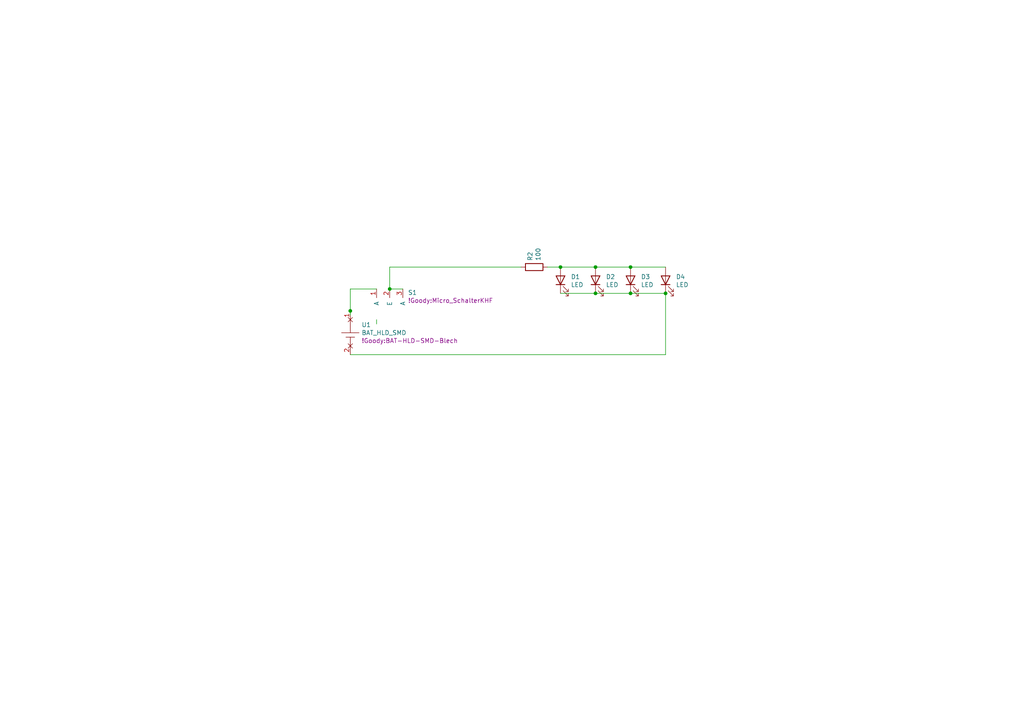
<source format=kicad_sch>
(kicad_sch
	(version 20250114)
	(generator "eeschema")
	(generator_version "9.0")
	(uuid "e66f4f27-dd3f-4a9a-85d7-58e666b8d421")
	(paper "A4")
	(lib_symbols
		(symbol "!Goody:BAT_HLD_SMD"
			(pin_names
				(offset 1.016)
			)
			(exclude_from_sim no)
			(in_bom yes)
			(on_board yes)
			(property "Reference" "U"
				(at -5.08 0 0)
				(effects
					(font
						(size 1.27 1.27)
					)
				)
			)
			(property "Value" "BAT_HLD_SMD"
				(at -10.16 3.81 0)
				(effects
					(font
						(size 1.27 1.27)
					)
				)
			)
			(property "Footprint" "KHF_LIB:BAT-HLD-SMD"
				(at -15.24 6.35 0)
				(effects
					(font
						(size 1.27 1.27)
					)
				)
			)
			(property "Datasheet" ""
				(at -5.08 0 0)
				(effects
					(font
						(size 1.27 1.27)
					)
					(hide yes)
				)
			)
			(property "Description" "2032 SMD"
				(at 0 0 0)
				(effects
					(font
						(size 1.27 1.27)
					)
					(hide yes)
				)
			)
			(symbol "BAT_HLD_SMD_0_1"
				(rectangle
					(start -1.27 0)
					(end -2.54 0)
					(stroke
						(width 0)
						(type solid)
					)
					(fill
						(type none)
					)
				)
				(rectangle
					(start -1.27 0)
					(end 1.27 0)
					(stroke
						(width 0)
						(type solid)
					)
					(fill
						(type none)
					)
				)
				(rectangle
					(start -1.27 -1.27)
					(end 1.27 -1.27)
					(stroke
						(width 0)
						(type solid)
					)
					(fill
						(type none)
					)
				)
				(polyline
					(pts
						(xy 0 0) (xy 0 3.81)
					)
					(stroke
						(width 0)
						(type solid)
					)
					(fill
						(type none)
					)
				)
				(polyline
					(pts
						(xy 0 -3.81) (xy 0 -1.27)
					)
					(stroke
						(width 0)
						(type solid)
					)
					(fill
						(type none)
					)
				)
				(polyline
					(pts
						(xy 1.27 0) (xy 2.54 0)
					)
					(stroke
						(width 0)
						(type solid)
					)
					(fill
						(type none)
					)
				)
			)
			(symbol "BAT_HLD_SMD_1_1"
				(pin power_out non_logic
					(at 0 6.35 270)
					(length 2.54)
					(name "~"
						(effects
							(font
								(size 1.27 1.27)
							)
						)
					)
					(number "1"
						(effects
							(font
								(size 1.27 1.27)
							)
						)
					)
				)
				(pin power_out non_logic
					(at 0 -6.35 90)
					(length 2.54)
					(name "~"
						(effects
							(font
								(size 1.27 1.27)
							)
						)
					)
					(number "2"
						(effects
							(font
								(size 1.27 1.27)
							)
						)
					)
				)
			)
			(embedded_fonts no)
		)
		(symbol "!Goody:LED"
			(pin_numbers
				(hide yes)
			)
			(pin_names
				(offset 1.016)
				(hide yes)
			)
			(exclude_from_sim no)
			(in_bom yes)
			(on_board yes)
			(property "Reference" "D"
				(at 0 2.54 0)
				(effects
					(font
						(size 1.27 1.27)
					)
				)
			)
			(property "Value" "LED"
				(at 2.54 -2.54 90)
				(effects
					(font
						(size 1.27 1.27)
					)
				)
			)
			(property "Footprint" "LED_THT:LED_D5.0mm"
				(at 0 5.08 0)
				(effects
					(font
						(size 1.27 1.27)
					)
					(hide yes)
				)
			)
			(property "Datasheet" ""
				(at 0 -2.54 90)
				(effects
					(font
						(size 1.27 1.27)
					)
					(hide yes)
				)
			)
			(property "Description" "LED 5mm"
				(at 0 0 0)
				(effects
					(font
						(size 1.27 1.27)
					)
					(hide yes)
				)
			)
			(property "ki_fp_filters" "LED* LED_SMD:* LED_THT:*"
				(at 0 0 0)
				(effects
					(font
						(size 1.27 1.27)
					)
					(hide yes)
				)
			)
			(symbol "LED_0_1"
				(polyline
					(pts
						(xy 0 -3.81) (xy 0 -1.27)
					)
					(stroke
						(width 0)
						(type solid)
					)
					(fill
						(type none)
					)
				)
				(polyline
					(pts
						(xy 0.762 -4.318) (xy 2.286 -5.842) (xy 2.286 -5.08) (xy 2.286 -5.842) (xy 1.524 -5.842)
					)
					(stroke
						(width 0)
						(type solid)
					)
					(fill
						(type none)
					)
				)
				(polyline
					(pts
						(xy 0.762 -5.588) (xy 2.286 -7.112) (xy 2.286 -6.35) (xy 2.286 -7.112) (xy 1.524 -7.112)
					)
					(stroke
						(width 0)
						(type solid)
					)
					(fill
						(type none)
					)
				)
				(polyline
					(pts
						(xy 1.27 -1.27) (xy -1.27 -1.27) (xy 0 -3.81) (xy 1.27 -1.27)
					)
					(stroke
						(width 0.254)
						(type solid)
					)
					(fill
						(type none)
					)
				)
				(polyline
					(pts
						(xy 1.27 -3.81) (xy -1.27 -3.81)
					)
					(stroke
						(width 0.254)
						(type solid)
					)
					(fill
						(type none)
					)
				)
			)
			(symbol "LED_1_1"
				(pin passive line
					(at 0 1.27 270)
					(length 2.54)
					(name "A"
						(effects
							(font
								(size 1.27 1.27)
							)
						)
					)
					(number "2"
						(effects
							(font
								(size 1.27 1.27)
							)
						)
					)
				)
				(pin passive line
					(at 0 -6.35 90)
					(length 2.54)
					(name "K"
						(effects
							(font
								(size 1.27 1.27)
							)
						)
					)
					(number "1"
						(effects
							(font
								(size 1.27 1.27)
							)
						)
					)
				)
			)
			(embedded_fonts no)
		)
		(symbol "!Goody:Micro_Schalter"
			(pin_names
				(offset 1.016)
			)
			(exclude_from_sim no)
			(in_bom yes)
			(on_board yes)
			(property "Reference" "S"
				(at 0 0 0)
				(effects
					(font
						(size 1.27 1.27)
					)
				)
			)
			(property "Value" "Micro_Schalter"
				(at 0 5.08 0)
				(effects
					(font
						(size 1.27 1.27)
					)
					(hide yes)
				)
			)
			(property "Footprint" "KHF_LIB:Micro_SchalterKHF"
				(at 0 0 0)
				(effects
					(font
						(size 1.27 1.27)
					)
				)
			)
			(property "Datasheet" ""
				(at 0 0 0)
				(effects
					(font
						(size 1.27 1.27)
					)
					(hide yes)
				)
			)
			(property "Description" "Micro_Schalter"
				(at 0 0 0)
				(effects
					(font
						(size 1.27 1.27)
					)
					(hide yes)
				)
			)
			(symbol "Micro_Schalter_1_1"
				(pin passive line
					(at -3.81 -2.54 270)
					(length 2.54)
					(name "A"
						(effects
							(font
								(size 1.27 1.27)
							)
						)
					)
					(number "1"
						(effects
							(font
								(size 1.27 1.27)
							)
						)
					)
				)
				(pin passive line
					(at 0 -2.54 270)
					(length 2.54)
					(name "E"
						(effects
							(font
								(size 1.27 1.27)
							)
						)
					)
					(number "2"
						(effects
							(font
								(size 1.27 1.27)
							)
						)
					)
				)
				(pin passive line
					(at 3.81 -2.54 270)
					(length 2.54)
					(name "A"
						(effects
							(font
								(size 1.27 1.27)
							)
						)
					)
					(number "3"
						(effects
							(font
								(size 1.27 1.27)
							)
						)
					)
				)
			)
			(embedded_fonts no)
		)
		(symbol "!Goody:R"
			(pin_numbers
				(hide yes)
			)
			(pin_names
				(offset 0)
			)
			(exclude_from_sim no)
			(in_bom yes)
			(on_board yes)
			(property "Reference" "R"
				(at 2.032 0 90)
				(effects
					(font
						(size 1.27 1.27)
					)
				)
			)
			(property "Value" "R"
				(at 0 0 90)
				(effects
					(font
						(size 1.27 1.27)
					)
				)
			)
			(property "Footprint" "Resistor_THT:R_Axial_DIN0411_L9.9mm_D3.6mm_P12.70mm_Horizontal"
				(at -1.778 0 90)
				(effects
					(font
						(size 1.27 1.27)
					)
					(hide yes)
				)
			)
			(property "Datasheet" "~"
				(at 0 0 0)
				(effects
					(font
						(size 1.27 1.27)
					)
					(hide yes)
				)
			)
			(property "Description" "Resistor"
				(at 0 0 0)
				(effects
					(font
						(size 1.27 1.27)
					)
					(hide yes)
				)
			)
			(property "ki_keywords" "R res resistor"
				(at 0 0 0)
				(effects
					(font
						(size 1.27 1.27)
					)
					(hide yes)
				)
			)
			(property "ki_fp_filters" "R_*"
				(at 0 0 0)
				(effects
					(font
						(size 1.27 1.27)
					)
					(hide yes)
				)
			)
			(symbol "R_0_1"
				(rectangle
					(start -1.016 -2.54)
					(end 1.016 2.54)
					(stroke
						(width 0.254)
						(type solid)
					)
					(fill
						(type none)
					)
				)
			)
			(symbol "R_1_1"
				(pin passive line
					(at 0 3.81 270)
					(length 1.27)
					(name "~"
						(effects
							(font
								(size 1.27 1.27)
							)
						)
					)
					(number "1"
						(effects
							(font
								(size 1.27 1.27)
							)
						)
					)
				)
				(pin passive line
					(at 0 -3.81 90)
					(length 1.27)
					(name "~"
						(effects
							(font
								(size 1.27 1.27)
							)
						)
					)
					(number "2"
						(effects
							(font
								(size 1.27 1.27)
							)
						)
					)
				)
			)
			(embedded_fonts no)
		)
	)
	(junction
		(at 162.56 77.47)
		(diameter 0)
		(color 0 0 0 0)
		(uuid "16dd9ec2-bbee-4e00-b378-2a98ecbff40b")
	)
	(junction
		(at 182.88 85.09)
		(diameter 0)
		(color 0 0 0 0)
		(uuid "4b0a116d-87df-47a3-bd36-0ae52703f0fa")
	)
	(junction
		(at 172.72 85.09)
		(diameter 0)
		(color 0 0 0 0)
		(uuid "5b10bf67-50d5-43ed-ad1f-b389c3e85f71")
	)
	(junction
		(at 182.88 77.47)
		(diameter 0)
		(color 0 0 0 0)
		(uuid "671946ef-cdff-4fce-ba38-e255e1a6a96b")
	)
	(junction
		(at 172.72 77.47)
		(diameter 0)
		(color 0 0 0 0)
		(uuid "6c8d9bb6-6d50-4fd0-998f-8cdc56291ea3")
	)
	(junction
		(at 113.03 83.82)
		(diameter 0)
		(color 0 0 0 0)
		(uuid "80fc1103-7e8b-4b73-a4f2-4e46f5a1e266")
	)
	(junction
		(at 101.6 90.17)
		(diameter 0)
		(color 0 0 0 0)
		(uuid "8a3dbc79-4e04-46be-b4c2-afd1909dde60")
	)
	(junction
		(at 193.04 85.09)
		(diameter 0)
		(color 0 0 0 0)
		(uuid "c838d1c5-9411-45fd-ba94-e1335459c839")
	)
	(wire
		(pts
			(xy 162.56 77.47) (xy 172.72 77.47)
		)
		(stroke
			(width 0)
			(type default)
		)
		(uuid "046d6d55-acc4-467d-9340-c2434676ee49")
	)
	(wire
		(pts
			(xy 162.56 85.09) (xy 172.72 85.09)
		)
		(stroke
			(width 0)
			(type default)
		)
		(uuid "0c565817-2fd0-4d47-b78d-eb1cda7bf5ca")
	)
	(wire
		(pts
			(xy 113.03 77.47) (xy 151.13 77.47)
		)
		(stroke
			(width 0)
			(type default)
		)
		(uuid "3e15076e-ff8b-4c29-a100-47a29b716c47")
	)
	(wire
		(pts
			(xy 182.88 85.09) (xy 193.04 85.09)
		)
		(stroke
			(width 0)
			(type default)
		)
		(uuid "4128f4db-4b0a-4882-89be-0476eaf4e74c")
	)
	(wire
		(pts
			(xy 101.6 83.82) (xy 101.6 90.17)
		)
		(stroke
			(width 0)
			(type default)
		)
		(uuid "47ed85fb-f254-49c3-8961-07fbdba0d4ac")
	)
	(wire
		(pts
			(xy 113.03 83.82) (xy 116.84 83.82)
		)
		(stroke
			(width 0)
			(type default)
		)
		(uuid "6c6fce1c-ec12-4e77-96b7-cb17d5f2c164")
	)
	(wire
		(pts
			(xy 182.88 77.47) (xy 193.04 77.47)
		)
		(stroke
			(width 0)
			(type default)
		)
		(uuid "78b91ed1-242b-4bc3-b7c9-88c3ea6b8440")
	)
	(wire
		(pts
			(xy 158.75 77.47) (xy 162.56 77.47)
		)
		(stroke
			(width 0)
			(type default)
		)
		(uuid "79a098e1-f720-44a2-81c5-66a2df547705")
	)
	(wire
		(pts
			(xy 172.72 77.47) (xy 182.88 77.47)
		)
		(stroke
			(width 0)
			(type default)
		)
		(uuid "9bd5bc57-3e8e-4f48-808a-e0dfeefc48d2")
	)
	(wire
		(pts
			(xy 101.6 102.87) (xy 193.04 102.87)
		)
		(stroke
			(width 0)
			(type default)
		)
		(uuid "9e389e83-cdb1-4d1e-a3ac-2208598b81e8")
	)
	(wire
		(pts
			(xy 101.6 90.17) (xy 101.6 91.44)
		)
		(stroke
			(width 0)
			(type default)
		)
		(uuid "9fe98b9c-aca6-4196-b46b-90bdc5b1d5f4")
	)
	(wire
		(pts
			(xy 193.04 102.87) (xy 193.04 85.09)
		)
		(stroke
			(width 0)
			(type default)
		)
		(uuid "b2823eac-7be6-4ddd-8fa2-e5687f6b2500")
	)
	(wire
		(pts
			(xy 172.72 85.09) (xy 182.88 85.09)
		)
		(stroke
			(width 0)
			(type default)
		)
		(uuid "e7b20d9f-2042-41bf-92ed-676f57912bbc")
	)
	(wire
		(pts
			(xy 101.6 83.82) (xy 109.22 83.82)
		)
		(stroke
			(width 0)
			(type default)
		)
		(uuid "f4ab2ddc-b87f-4ef3-bbd4-9d70545ae3db")
	)
	(wire
		(pts
			(xy 113.03 83.82) (xy 113.03 77.47)
		)
		(stroke
			(width 0)
			(type default)
		)
		(uuid "febc73c3-bec6-46fe-b06a-ad87f77df813")
	)
	(wire
		(pts
			(xy 109.22 92.71) (xy 109.22 93.98)
		)
		(stroke
			(width 0)
			(type default)
		)
		(uuid "ff50be46-02f9-46c8-aca5-0e10e2821d69")
	)
	(symbol
		(lib_id "!Goody:LED")
		(at 172.72 78.74 0)
		(unit 1)
		(exclude_from_sim no)
		(in_bom yes)
		(on_board yes)
		(dnp no)
		(uuid "255192c2-18b6-45da-8c9f-e3bfda4445af")
		(property "Reference" "D2"
			(at 175.7172 80.2894 0)
			(effects
				(font
					(size 1.27 1.27)
				)
				(justify left)
			)
		)
		(property "Value" "LED"
			(at 175.7172 82.6008 0)
			(effects
				(font
					(size 1.27 1.27)
				)
				(justify left)
			)
		)
		(property "Footprint" "LED_THT:LED_D5.0mm"
			(at 172.72 73.66 0)
			(effects
				(font
					(size 1.27 1.27)
				)
				(hide yes)
			)
		)
		(property "Datasheet" ""
			(at 172.72 81.28 90)
			(effects
				(font
					(size 1.27 1.27)
				)
				(hide yes)
			)
		)
		(property "Description" ""
			(at 172.72 78.74 0)
			(effects
				(font
					(size 1.27 1.27)
				)
			)
		)
		(pin "1"
			(uuid "eef2b327-bfc7-4553-85b8-5ab4cf1fc397")
		)
		(pin "2"
			(uuid "78ac2701-6be1-4e5d-92ee-1a4a91b2d916")
		)
		(instances
			(project "BL_Santa"
				(path "/e66f4f27-dd3f-4a9a-85d7-58e666b8d421"
					(reference "D2")
					(unit 1)
				)
			)
		)
	)
	(symbol
		(lib_id "!Goody:LED")
		(at 193.04 78.74 0)
		(unit 1)
		(exclude_from_sim no)
		(in_bom yes)
		(on_board yes)
		(dnp no)
		(uuid "2d4bfc84-a18f-4bec-a5ae-8471b8bb5d78")
		(property "Reference" "D4"
			(at 196.0372 80.2894 0)
			(effects
				(font
					(size 1.27 1.27)
				)
				(justify left)
			)
		)
		(property "Value" "LED"
			(at 196.0372 82.6008 0)
			(effects
				(font
					(size 1.27 1.27)
				)
				(justify left)
			)
		)
		(property "Footprint" "LED_THT:LED_D5.0mm"
			(at 193.04 73.66 0)
			(effects
				(font
					(size 1.27 1.27)
				)
				(hide yes)
			)
		)
		(property "Datasheet" ""
			(at 193.04 81.28 90)
			(effects
				(font
					(size 1.27 1.27)
				)
				(hide yes)
			)
		)
		(property "Description" ""
			(at 193.04 78.74 0)
			(effects
				(font
					(size 1.27 1.27)
				)
			)
		)
		(pin "1"
			(uuid "a43f6a68-d852-4022-b7d9-aa6f68052c3e")
		)
		(pin "2"
			(uuid "856a9451-d1a0-4e6f-ae9f-27fd8632b496")
		)
		(instances
			(project "BL_Santa"
				(path "/e66f4f27-dd3f-4a9a-85d7-58e666b8d421"
					(reference "D4")
					(unit 1)
				)
			)
		)
	)
	(symbol
		(lib_id "!Goody:LED")
		(at 182.88 78.74 0)
		(unit 1)
		(exclude_from_sim no)
		(in_bom yes)
		(on_board yes)
		(dnp no)
		(uuid "2ffb48c6-8168-4daf-b4e6-9c147ed3c359")
		(property "Reference" "D3"
			(at 185.8772 80.2894 0)
			(effects
				(font
					(size 1.27 1.27)
				)
				(justify left)
			)
		)
		(property "Value" "LED"
			(at 185.8772 82.6008 0)
			(effects
				(font
					(size 1.27 1.27)
				)
				(justify left)
			)
		)
		(property "Footprint" "LED_THT:LED_D4.0mm"
			(at 182.88 73.66 0)
			(effects
				(font
					(size 1.27 1.27)
				)
				(hide yes)
			)
		)
		(property "Datasheet" ""
			(at 182.88 81.28 90)
			(effects
				(font
					(size 1.27 1.27)
				)
				(hide yes)
			)
		)
		(property "Description" ""
			(at 182.88 78.74 0)
			(effects
				(font
					(size 1.27 1.27)
				)
			)
		)
		(pin "1"
			(uuid "aa7a0660-cd76-4444-8093-08da9a7f031a")
		)
		(pin "2"
			(uuid "7a15b73d-6ad4-4e74-9a1b-965d59be5a9a")
		)
		(instances
			(project "BL_Santa"
				(path "/e66f4f27-dd3f-4a9a-85d7-58e666b8d421"
					(reference "D3")
					(unit 1)
				)
			)
		)
	)
	(symbol
		(lib_id "!Goody:BAT_HLD_SMD")
		(at 101.6 96.52 0)
		(unit 1)
		(exclude_from_sim no)
		(in_bom yes)
		(on_board yes)
		(dnp no)
		(uuid "6b1c94f3-8746-4e05-910b-d37d9d18b041")
		(property "Reference" "U1"
			(at 104.8512 94.2086 0)
			(effects
				(font
					(size 1.27 1.27)
				)
				(justify left)
			)
		)
		(property "Value" "BAT_HLD_SMD"
			(at 104.8512 96.52 0)
			(effects
				(font
					(size 1.27 1.27)
				)
				(justify left)
			)
		)
		(property "Footprint" "!Goody:BAT-HLD-SMD-Blech"
			(at 104.8512 98.8314 0)
			(effects
				(font
					(size 1.27 1.27)
				)
				(justify left)
			)
		)
		(property "Datasheet" ""
			(at 96.52 96.52 0)
			(effects
				(font
					(size 1.27 1.27)
				)
				(hide yes)
			)
		)
		(property "Description" ""
			(at 101.6 96.52 0)
			(effects
				(font
					(size 1.27 1.27)
				)
			)
		)
		(pin "1"
			(uuid "7b4b14da-97f9-4b60-bb32-df405988be62")
		)
		(pin "2"
			(uuid "8c7cf65c-6ac0-4c55-b0ae-9b8f31c46cce")
		)
		(instances
			(project "BL_Santa"
				(path "/e66f4f27-dd3f-4a9a-85d7-58e666b8d421"
					(reference "U1")
					(unit 1)
				)
			)
		)
	)
	(symbol
		(lib_id "!Goody:R")
		(at 154.94 77.47 90)
		(unit 1)
		(exclude_from_sim no)
		(in_bom yes)
		(on_board yes)
		(dnp no)
		(uuid "921c6c11-de2f-40f2-9244-c2d5c323aaa0")
		(property "Reference" "R2"
			(at 153.7716 75.692 0)
			(effects
				(font
					(size 1.27 1.27)
				)
				(justify left)
			)
		)
		(property "Value" "100"
			(at 156.083 75.692 0)
			(effects
				(font
					(size 1.27 1.27)
				)
				(justify left)
			)
		)
		(property "Footprint" "Resistor_THT:R_Axial_DIN0207_L6.3mm_D2.5mm_P10.16mm_Horizontal"
			(at 154.94 79.248 90)
			(effects
				(font
					(size 1.27 1.27)
				)
				(hide yes)
			)
		)
		(property "Datasheet" "~"
			(at 154.94 77.47 0)
			(effects
				(font
					(size 1.27 1.27)
				)
				(hide yes)
			)
		)
		(property "Description" ""
			(at 154.94 77.47 0)
			(effects
				(font
					(size 1.27 1.27)
				)
			)
		)
		(pin "1"
			(uuid "791c991b-1559-4d67-a492-f0ba30277371")
		)
		(pin "2"
			(uuid "66c49ae5-60b8-4244-ae1b-7110def06f69")
		)
		(instances
			(project "BL_Santa"
				(path "/e66f4f27-dd3f-4a9a-85d7-58e666b8d421"
					(reference "R2")
					(unit 1)
				)
			)
		)
	)
	(symbol
		(lib_id "!Goody:LED")
		(at 162.56 78.74 0)
		(unit 1)
		(exclude_from_sim no)
		(in_bom yes)
		(on_board yes)
		(dnp no)
		(uuid "d57e8042-b79c-4533-b81b-afc58d65066d")
		(property "Reference" "D1"
			(at 165.5572 80.2894 0)
			(effects
				(font
					(size 1.27 1.27)
				)
				(justify left)
			)
		)
		(property "Value" "LED"
			(at 165.5572 82.6008 0)
			(effects
				(font
					(size 1.27 1.27)
				)
				(justify left)
			)
		)
		(property "Footprint" "LED_THT:LED_D5.0mm"
			(at 162.56 73.66 0)
			(effects
				(font
					(size 1.27 1.27)
				)
				(hide yes)
			)
		)
		(property "Datasheet" ""
			(at 162.56 81.28 90)
			(effects
				(font
					(size 1.27 1.27)
				)
				(hide yes)
			)
		)
		(property "Description" ""
			(at 162.56 78.74 0)
			(effects
				(font
					(size 1.27 1.27)
				)
			)
		)
		(pin "1"
			(uuid "e0a5d621-22b0-4f28-85e5-309528dc6b91")
		)
		(pin "2"
			(uuid "b1c8d708-6b47-4edb-ac3f-f0521fbf1aaf")
		)
		(instances
			(project "BL_Santa"
				(path "/e66f4f27-dd3f-4a9a-85d7-58e666b8d421"
					(reference "D1")
					(unit 1)
				)
			)
		)
	)
	(symbol
		(lib_id "!Goody:Micro_Schalter")
		(at 113.03 81.28 0)
		(unit 1)
		(exclude_from_sim no)
		(in_bom yes)
		(on_board yes)
		(dnp no)
		(uuid "e143e2d2-350b-4fb2-83e8-236a2bdf4100")
		(property "Reference" "S1"
			(at 118.3132 84.8614 0)
			(effects
				(font
					(size 1.27 1.27)
				)
				(justify left)
			)
		)
		(property "Value" "Micro_Schalter"
			(at 113.03 76.2 0)
			(effects
				(font
					(size 1.27 1.27)
				)
				(hide yes)
			)
		)
		(property "Footprint" "!Goody:Micro_SchalterKHF"
			(at 118.3132 87.1728 0)
			(effects
				(font
					(size 1.27 1.27)
				)
				(justify left)
			)
		)
		(property "Datasheet" ""
			(at 113.03 81.28 0)
			(effects
				(font
					(size 1.27 1.27)
				)
				(hide yes)
			)
		)
		(property "Description" ""
			(at 113.03 81.28 0)
			(effects
				(font
					(size 1.27 1.27)
				)
			)
		)
		(pin "1"
			(uuid "a1d9e007-f82f-49c3-898f-46992f0ee63b")
		)
		(pin "2"
			(uuid "2291d818-9888-4f76-a3e5-5ba3093d65cd")
		)
		(pin "3"
			(uuid "56192883-fdd7-4e61-a1e9-f8e067ff0e4f")
		)
		(instances
			(project "BL_Santa"
				(path "/e66f4f27-dd3f-4a9a-85d7-58e666b8d421"
					(reference "S1")
					(unit 1)
				)
			)
		)
	)
	(sheet_instances
		(path "/"
			(page "1")
		)
	)
	(embedded_fonts no)
)

</source>
